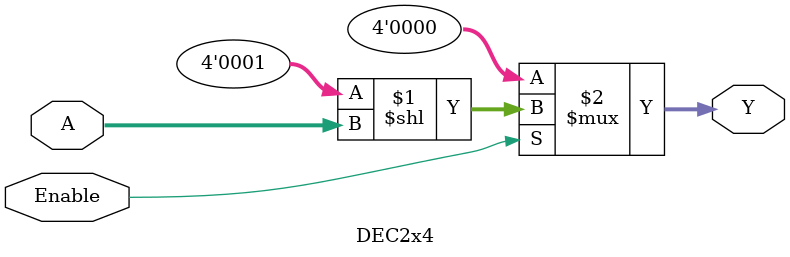
<source format=v>
module DEC2x4 (
    input wire [1:0] A,
    input wire Enable,
    output wire [3:0] Y
);
    assign Y = (Enable) ? (4'b0001 << A) : 4'b0000;
endmodule
</source>
